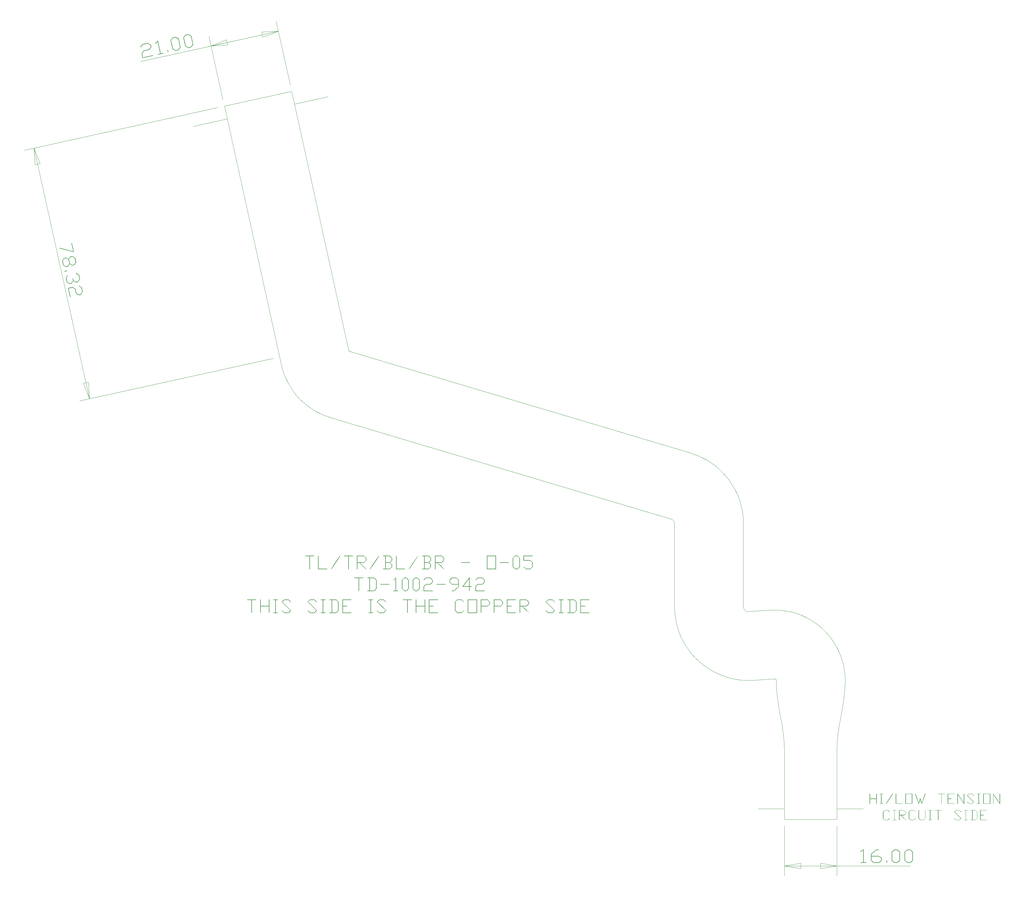
<source format=gbr>
G04 AutoGERB 2.0 for AutoCAD 14*
G04 RS274-X Output *
%FSLAX34Y34*%
%MOMM*%
%ADD12C,0.005000*%
%ADD13C,0.007000*%
G54D13*X1196583Y1020425D02*X1183839Y1020425D01*X1183839Y981285*X1182959Y981285*X1182959Y1020425*X1170214Y1020425*X1170214Y1021285*X1196583Y1021285*X1196583Y1020425*G54D13*X1236610Y981285D02*X1235723Y981285D01*X1235723Y1000627*X1210242Y1000627*X1210242Y981285*X1209355Y981285*X1209355Y1020855*X1210242Y1020855*X1210242Y1001507*X1235723Y1001507*X1235723Y1020855*X1236610Y1020855*X1236610Y981285*G54D13*X1262549Y980882D02*X1249355Y980882D01*X1249355Y981735*X1255522Y981735*X1255522Y1020425*X1249355Y1020425*X1249355Y1021285*X1262549Y1021285*X1262549Y1020425*X1256382Y1020425*X1256382Y981735*X1262549Y981735*X1262549Y980882*G54D13*X1302740Y987882D02*X1295706Y980882D01*X1282191Y980882*X1275430Y987562*X1276071Y988203*X1282512Y981735*X1295358Y981735*X1301533Y987882*X1275157Y1014251*X1282191Y1021285*X1295706Y1021285*X1302440Y1014572*X1301799Y1013930*X1295358Y1020425*X1282512Y1020425*X1276365Y1014251*X1302740Y987882*G54D13*X1381881Y987882D02*X1374847Y980882D01*X1361331Y980882*X1354570Y987562*X1355212Y988203*X1361652Y981735*X1374499Y981735*X1380673Y987882*X1354298Y1014251*X1361331Y1021285*X1374847Y1021285*X1381580Y1014572*X1380939Y1013930*X1374499Y1020425*X1361652Y1020425*X1355505Y1014251*X1381881Y987882*G54D13*X1407656Y980882D02*X1394461Y980882D01*X1394461Y981735*X1400629Y981735*X1400629Y1020425*X1394461Y1020425*X1394461Y1021285*X1407656Y1021285*X1407656Y1020425*X1401488Y1020425*X1401488Y981735*X1407656Y981735*X1407656Y980882*G54D13*X1447683Y987719D02*X1440813Y980882D01*X1420857Y980882*X1420857Y981735*X1427025Y981735*X1427025Y1020425*X1420857Y1020425*X1420857Y1021285*X1440813Y1021285*X1447683Y1014415*X1447683Y987719*G54D13*X1446796Y988039D02*X1446796Y1014094D01*X1440465Y1020419*X1427884Y1020419*X1427884Y981735*X1440465Y981735*X1446796Y988039*G54D13*X1486796Y980882D02*X1459998Y980882D01*X1459998Y1021285*X1486796Y1021285*X1486796Y1020425*X1460885Y1020425*X1460885Y1001507*X1473622Y1001507*X1473622Y1000627*X1460885Y1000627*X1460885Y981735*X1486796Y981735*X1486796Y980882*G54D13*X1552762Y980882D02*X1539568Y980882D01*X1539568Y981735*X1545735Y981735*X1545735Y1020425*X1539568Y1020425*X1539568Y1021285*X1552762Y1021285*X1552762Y1020425*X1546595Y1020425*X1546595Y981735*X1552762Y981735*X1552762Y980882*G54D13*X1592954Y987882D02*X1585920Y980882D01*X1572404Y980882*X1565643Y987562*X1566285Y988203*X1572725Y981735*X1585572Y981735*X1591746Y987882*X1565370Y1014251*X1572404Y1021285*X1585920Y1021285*X1592653Y1014572*X1592012Y1013930*X1585572Y1020425*X1572725Y1020425*X1566578Y1014251*X1592954Y987882*G54D13*X1671473Y1020425D02*X1658729Y1020425D01*X1658729Y981285*X1657849Y981285*X1657849Y1020425*X1645104Y1020425*X1645104Y1021285*X1671473Y1021285*X1671473Y1020425*G54D13*X1711500Y981285D02*X1710613Y981285D01*X1710613Y1000627*X1685132Y1000627*X1685132Y981285*X1684245Y981285*X1684245Y1020855*X1685132Y1020855*X1685132Y1001507*X1710613Y1001507*X1710613Y1020855*X1711500Y1020855*X1711500Y981285*G54D13*X1750613Y980882D02*X1723815Y980882D01*X1723815Y1021285*X1750613Y1021285*X1750613Y1020425*X1724702Y1020425*X1724702Y1001507*X1737439Y1001507*X1737439Y1000627*X1724702Y1000627*X1724702Y981735*X1750613Y981735*X1750613Y980882*G54D13*X1830074Y987562D02*X1823341Y980882D01*X1809825Y980882*X1802955Y987719*X1802955Y1014415*X1809825Y1021285*X1823341Y1021285*X1830074Y1014572*X1829433Y1013930*X1822993Y1020425*X1810146Y1020425*X1803842Y1014094*X1803842Y988039*X1810146Y981735*X1822993Y981735*X1829433Y988203*X1830074Y987562*G54D13*X1869781Y980882D02*X1842525Y980882D01*X1842525Y1021285*X1869781Y1021285*X1869781Y980882*G54D13*X1868894Y981735D02*X1868894Y1020419D01*X1843412Y1020419*X1843412Y981735*X1868894Y981735*G54D13*X1909351Y1007490D02*X1902481Y1000627D01*X1882983Y1000627*X1882983Y981285*X1882096Y981285*X1882096Y1021285*X1902481Y1021285*X1909351Y1014415*X1909351Y1007490*G54D13*X1908464Y1007838D02*X1908464Y1014094D01*X1902133Y1020419*X1882983Y1020419*X1882983Y1001507*X1902133Y1001507*X1908464Y1007838*G54D13*X1948921Y1007490D02*X1942051Y1000627D01*X1922553Y1000627*X1922553Y981285*X1921666Y981285*X1921666Y1021285*X1942051Y1021285*X1948921Y1014415*X1948921Y1007490*G54D13*X1948035Y1007838D02*X1948035Y1014094D01*X1941703Y1020419*X1922553Y1020419*X1922553Y1001507*X1941703Y1001507*X1948035Y1007838*G54D13*X1988035Y980882D02*X1961236Y980882D01*X1961236Y1021285*X1988035Y1021285*X1988035Y1020425*X1962123Y1020425*X1962123Y1001507*X1974860Y1001507*X1974860Y1000627*X1962123Y1000627*X1962123Y981735*X1988035Y981735*X1988035Y980882*G54D13*X2028062Y1007490D02*X2021192Y1000627D01*X2008877Y1000627*X2027925Y981633*X2027284Y980992*X2007676Y1000627*X2001693Y1000627*X2001693Y981285*X2000806Y981285*X2000806Y1021285*X2021192Y1021285*X2028062Y1014415*X2028062Y1007490*G54D13*X2027175Y1007838D02*X2027175Y1014094D01*X2020844Y1020419*X2001693Y1020419*X2001693Y1001507*X2020844Y1001507*X2027175Y1007838*G54D13*X2107366Y987882D02*X2100332Y980882D01*X2086817Y980882*X2080056Y987562*X2080697Y988203*X2087137Y981735*X2099984Y981735*X2106158Y987882*X2079783Y1014251*X2086817Y1021285*X2100332Y1021285*X2107066Y1014572*X2106424Y1013930*X2099984Y1020425*X2087137Y1020425*X2080990Y1014251*X2107366Y987882*G54D13*X2133141Y980882D02*X2119947Y980882D01*X2119947Y981735*X2126114Y981735*X2126114Y1020425*X2119947Y1020425*X2119947Y1021285*X2133141Y1021285*X2133141Y1020425*X2126974Y1020425*X2126974Y981735*X2133141Y981735*X2133141Y980882*G54D13*X2173168Y987719D02*X2166298Y980882D01*X2146343Y980882*X2146343Y981735*X2152510Y981735*X2152510Y1020425*X2146343Y1020425*X2146343Y1021285*X2166298Y1021285*X2173168Y1014415*X2173168Y987719*G54D13*X2172282Y988039D02*X2172282Y1014094D01*X2165950Y1020419*X2153370Y1020419*X2153370Y981735*X2165950Y981735*X2172282Y988039*G54D13*X2212282Y980882D02*X2185483Y980882D01*X2185483Y1021285*X2212282Y1021285*X2212282Y1020425*X2186370Y1020425*X2186370Y1001507*X2199107Y1001507*X2199107Y1000627*X2186370Y1000627*X2186370Y981735*X2212282Y981735*X2212282Y980882*G54D12*X2521879Y1467842D02*X1482660Y1778203D01*G54D12*X2461786Y1266624D02*X1422567Y1576985D01*G54D13*X1373250Y1153759D02*X1360506Y1153759D01*X1360506Y1114619*X1359626Y1114619*X1359626Y1153759*X1346881Y1153759*X1346881Y1154619*X1373250Y1154619*X1373250Y1153759*G54D13*X1412820Y1114216D02*X1386022Y1114216D01*X1386022Y1154189*X1386909Y1154189*X1386909Y1115069*X1412820Y1115069*X1412820Y1114216*G54D13*X1452793Y1153971D02*X1426397Y1114428D01*X1425646Y1114851*X1452015Y1154401*X1452793Y1153971*G54D13*X1491961Y1153759D02*X1479216Y1153759D01*X1479216Y1114619*X1478336Y1114619*X1478336Y1153759*X1465592Y1153759*X1465592Y1154619*X1491961Y1154619*X1491961Y1153759*G54D13*X1531988Y1140824D02*X1525118Y1133961D01*X1512803Y1133961*X1531851Y1114967*X1531210Y1114326*X1511602Y1133961*X1505619Y1133961*X1505619Y1114619*X1504732Y1114619*X1504732Y1154619*X1525118Y1154619*X1531988Y1147749*X1531988Y1140824*G54D13*X1531101Y1141172D02*X1531101Y1147428D01*X1524770Y1153753*X1505619Y1153753*X1505619Y1134841*X1524770Y1134841*X1531101Y1141172*G54D13*X1571504Y1153971D02*X1545107Y1114428D01*X1544357Y1114851*X1570726Y1154401*X1571504Y1153971*G54D13*X1611128Y1121053D02*X1604258Y1114216D01*X1584302Y1114216*X1584302Y1115069*X1590470Y1115069*X1590470Y1153759*X1584302Y1153759*X1584302Y1154619*X1604258Y1154619*X1611128Y1147749*X1611128Y1140824*X1604688Y1134418*X1611128Y1127977*X1611128Y1121053*G54D13*X1610241Y1141172D02*X1610241Y1147428D01*X1603910Y1153753*X1591330Y1153753*X1591330Y1134841*X1603910Y1134841*X1610241Y1141172*G54D13*X1610241Y1121373D02*X1610241Y1127657D01*X1603910Y1133961*X1591330Y1133961*X1591330Y1115069*X1603910Y1115069*X1610241Y1121373*G54D13*X1650241Y1114216D02*X1623443Y1114216D01*X1623443Y1154189*X1624330Y1154189*X1624330Y1115069*X1650241Y1115069*X1650241Y1114216*G54D13*X1690214Y1153971D02*X1663818Y1114428D01*X1663068Y1114851*X1689436Y1154401*X1690214Y1153971*G54D13*X1729839Y1121053D02*X1722969Y1114216D01*X1703013Y1114216*X1703013Y1115069*X1709180Y1115069*X1709180Y1153759*X1703013Y1153759*X1703013Y1154619*X1722969Y1154619*X1729839Y1147749*X1729839Y1140824*X1723398Y1134418*X1729839Y1127977*X1729839Y1121053*G54D13*X1728952Y1141172D02*X1728952Y1147428D01*X1722621Y1153753*X1710040Y1153753*X1710040Y1134841*X1722621Y1134841*X1728952Y1141172*G54D13*X1728952Y1121373D02*X1728952Y1127657D01*X1722621Y1133961*X1710040Y1133961*X1710040Y1115069*X1722621Y1115069*X1728952Y1121373*G54D13*X1769409Y1140824D02*X1762539Y1133961D01*X1750224Y1133961*X1769273Y1114967*X1768631Y1114326*X1749024Y1133961*X1743040Y1133961*X1743040Y1114619*X1742153Y1114619*X1742153Y1154619*X1762539Y1154619*X1769409Y1147749*X1769409Y1140824*G54D13*X1768522Y1141172D02*X1768522Y1147428D01*X1762191Y1153753*X1743040Y1153753*X1743040Y1134841*X1762191Y1134841*X1768522Y1141172*G54D13*X1848092Y1133961D02*X1821724Y1133961D01*X1821724Y1134848*X1848092Y1134848*X1848092Y1133961*G54D13*X1927690Y1114216D02*X1900434Y1114216D01*X1900434Y1154619*X1927690Y1154619*X1927690Y1114216*G54D13*X1926803Y1115069D02*X1926803Y1153753D01*X1901321Y1153753*X1901321Y1115069*X1926803Y1115069*G54D13*X1966803Y1133961D02*X1940434Y1133961D01*X1940434Y1134848*X1966803Y1134848*X1966803Y1133961*G54D13*X2000233Y1121053D02*X1993363Y1114216D01*X1986445Y1114216*X1979574Y1121053*X1979574Y1147749*X1986445Y1154619*X1993363Y1154619*X2000233Y1147749*X2000233Y1121053*G54D13*X1999346Y1121373D02*X1999346Y1147428D01*X1993042Y1153753*X1986765Y1153753*X1980461Y1147428*X1980461Y1121373*X1986765Y1115069*X1993042Y1115069*X1999346Y1121373*G54D13*X2039830Y1121053D02*X2032960Y1114216D01*X2019445Y1114216*X2012684Y1120896*X2013325Y1121537*X2019765Y1115069*X2032612Y1115069*X2038943Y1121373*X2038943Y1134254*X2032612Y1140558*X2012575Y1140558*X2012575Y1154619*X2039373Y1154619*X2039373Y1153759*X2013462Y1153759*X2013462Y1141445*X2032960Y1141445*X2039830Y1134575*X2039830Y1121053*G54D13*X1523250Y1087092D02*X1510506Y1087092D01*X1510506Y1047952*X1509626Y1047952*X1509626Y1087092*X1496881Y1087092*X1496881Y1087952*X1523250Y1087952*X1523250Y1087092*G54D13*X1563277Y1054386D02*X1556407Y1047549D01*X1536451Y1047549*X1536451Y1048402*X1542619Y1048402*X1542619Y1087092*X1536451Y1087092*X1536451Y1087952*X1556407Y1087952*X1563277Y1081082*X1563277Y1054386*G54D13*X1562390Y1054706D02*X1562390Y1080761D01*X1556059Y1087086*X1543479Y1087086*X1543479Y1048402*X1556059Y1048402*X1562390Y1054706*G54D13*X1602390Y1067294D02*X1576022Y1067294D01*X1576022Y1068181*X1602390Y1068181*X1602390Y1067294*G54D13*X1628786Y1047549D02*X1615592Y1047549D01*X1615592Y1048402*X1621759Y1048402*X1621759Y1086472*X1615913Y1080597*X1615271Y1081239*X1622005Y1087952*X1622619Y1087952*X1622619Y1048402*X1628786Y1048402*X1628786Y1047549*G54D13*X1662216Y1054386D02*X1655346Y1047549D01*X1648428Y1047549*X1641558Y1054386*X1641558Y1081082*X1648428Y1087952*X1655346Y1087952*X1662216Y1081082*X1662216Y1054386*G54D13*X1661330Y1054706D02*X1661330Y1080761D01*X1655026Y1087086*X1648749Y1087086*X1642445Y1080761*X1642445Y1054706*X1648749Y1048402*X1655026Y1048402*X1661330Y1054706*G54D13*X1695217Y1054386D02*X1688346Y1047549D01*X1681428Y1047549*X1674558Y1054386*X1674558Y1081082*X1681428Y1087952*X1688346Y1087952*X1695217Y1081082*X1695217Y1054386*G54D13*X1694330Y1054706D02*X1694330Y1080761D01*X1688026Y1087086*X1681749Y1087086*X1675445Y1080761*X1675445Y1054706*X1681749Y1048402*X1688026Y1048402*X1694330Y1054706*G54D13*X1734814Y1074157D02*X1727944Y1067294D01*X1714749Y1067294*X1708445Y1060990*X1708445Y1048402*X1734357Y1048402*X1734357Y1047549*X1707558Y1047549*X1707558Y1061310*X1714429Y1068174*X1727596Y1068174*X1733927Y1074505*X1733927Y1080761*X1727596Y1087092*X1714749Y1087092*X1708309Y1080597*X1707668Y1081239*X1714429Y1087952*X1727944Y1087952*X1734814Y1081082*X1734814Y1074157*G54D13*X1773927Y1067294D02*X1747558Y1067294D01*X1747558Y1068181*X1773927Y1068181*X1773927Y1067294*G54D13*X1813954Y1060990D02*X1800487Y1047549D01*X1793726Y1047549*X1793726Y1048402*X1800166Y1048402*X1813068Y1061310*X1813068Y1067294*X1793569Y1067294*X1786699Y1074157*X1786699Y1081082*X1793569Y1087952*X1807084Y1087952*X1813954Y1081082*X1813954Y1060990*G54D13*X1813068Y1068174D02*X1813068Y1080761D01*X1806736Y1087086*X1793890Y1087086*X1787586Y1080761*X1787586Y1074505*X1793890Y1068174*X1813068Y1068174*G54D13*X1853068Y1060717D02*X1846927Y1060717D01*X1846927Y1047952*X1846040Y1047952*X1846040Y1060717*X1825812Y1060717*X1846927Y1088839*X1846927Y1061576*X1853068Y1061576*X1853068Y1060717*G54D13*X1846040Y1061576D02*X1846040Y1086205D01*X1827586Y1061576*X1846040Y1061576*G54D13*X1893095Y1074157D02*X1886225Y1067294D01*X1873030Y1067294*X1866726Y1060990*X1866726Y1048402*X1892638Y1048402*X1892638Y1047549*X1865839Y1047549*X1865839Y1061310*X1872709Y1068174*X1885877Y1068174*X1892208Y1074505*X1892208Y1080761*X1885877Y1087092*X1873030Y1087092*X1866590Y1080597*X1865948Y1081239*X1872709Y1087952*X1886225Y1087952*X1893095Y1081082*X1893095Y1074157*G54D13*X641032Y2081875D02*X597453Y2092873D01*X597705Y2093698*X639887Y2083076*X634362Y2108146*X635202Y2108331*X641032Y2081875*G54D13*X616711Y2036268D02*X608556Y2041506D01*X605647Y2054704*X610846Y2062885*X617607Y2064375*X625278Y2059498*X630153Y2067140*X636916Y2068630*X645104Y2063399*X648012Y2050201*X642782Y2042013*X636019Y2040523*X628377Y2045434*X623473Y2037758*X616711Y2036268*G54D13*X636168Y2041464D02*X642277Y2042811D01*X647092Y2050354*X644327Y2062899*X636794Y2067695*X630684Y2066348*X625858Y2058830*X628623Y2046285*X636168Y2041464*G54D13*X616833Y2037203D02*X622969Y2038556D01*X627763Y2046095*X624999Y2058640*X617486Y2063440*X611349Y2062087*X606549Y2054575*X609314Y2042029*X616833Y2037203*G54D13*X613269Y2021991D02*X613078Y2022857D01*X619521Y2024277*X619711Y2023411*X613269Y2021991*G54D13*X628068Y1984733D02*X619913Y1989971D01*X617004Y2003170*X622072Y2011210*X622836Y2010721*X617906Y2003040*X620671Y1990494*X628189Y1985668*X634326Y1987020*X639120Y1994560*X637740Y2000822*X638599Y2001012*X639979Y1994749*X647525Y1989929*X653634Y1991275*X658454Y1998820*X655689Y2011366*X647961Y2016258*X648449Y2017023*X656460Y2011865*X659369Y1998665*X654138Y1990478*X647376Y1988988*X639734Y1993898*X634830Y1986223*X628068Y1984733*G54D13*X655891Y1950345D02*X647711Y1955577D01*X644871Y1968463*X637358Y1973262*X625065Y1970553*X630641Y1945249*X629808Y1945065*X624041Y1971236*X637480Y1974197*X645661Y1968965*X648495Y1956106*X656040Y1951286*X662150Y1952632*X666970Y1960177*X664205Y1972723*X656476Y1977615*X656965Y1978379*X664976Y1973221*X667884Y1960023*X662654Y1951835*X655891Y1950345*G54D12*X1080607Y2521972D02*X490774Y2391992D01*G54D12*X1249158Y1757106D02*X659325Y1627126D01*G54D12*X520071Y2398449D02*X604347Y2016015D01*G54D12*X688622Y1633582D02*X604347Y2016015D01*G54D12*X523019Y2347898D02*X538644Y2351342D01*X520071Y2398449*X520071Y2398449*X523019Y2347898*G54D12*X685675Y1684132D02*X670049Y1680689D01*X688622Y1633582*X688622Y1633582*X685675Y1684132*G54D12*X1479208Y1781918D02*X1305218Y2571469D01*G54D12*X1274129Y1736725D02*X1100138Y2526276D01*G54D12*X1274129Y1736725D02*X1277855Y1722236D01*X1282580Y1708040*X1288280Y1694208*X1294929Y1680805*X1302493Y1667898*X1310937Y1655547*X1320219Y1643814*X1330295Y1632755*X1341116Y1622423*X1352629Y1612869*X1364778Y1604138*X1377505Y1596274*X1390749Y1589313*X1404444Y1583291*X1418525Y1578235*X1422567Y1576985*G54D12*X1479208Y1781918D02*X1479295Y1781581D01*X1479405Y1781251*X1479538Y1780929*X1479692Y1780617*X1479868Y1780317*X1480064Y1780030*X1480280Y1779757*X1480515Y1779500*X1480766Y1779260*X1481034Y1779038*X1481317Y1778834*X1481613Y1778652*X1481921Y1778490*X1482239Y1778350*X1482566Y1778232*X1482660Y1778203*G54D12*X1100138Y2526276D02*X1305218Y2571469D01*G54D13*X876967Y2706891D02*X870393Y2698415D01*X854930Y2695007*X848899Y2687223*X851608Y2674930*X881974Y2681621*X882157Y2680788*X850753Y2673868*X847791Y2687306*X854365Y2695784*X869796Y2699184*X875852Y2707002*X874506Y2713111*X865725Y2717659*X850670Y2714341*X844521Y2706335*X843631Y2706796*X850109Y2715098*X865948Y2718589*X875477Y2713654*X876967Y2706891*G54D13*X913091Y2687605D02*X897628Y2684197D01*X897445Y2685030*X904672Y2686623*X896479Y2723801*X890892Y2716554*X890002Y2717015*X896449Y2725310*X897169Y2725469*X905680Y2686845*X912908Y2688438*X913091Y2687605*G54D13*X929010Y2691526D02*X927970Y2691297D01*X926551Y2697739*X927591Y2697968*X929010Y2691526*G54D13*X966266Y2706324D02*X959686Y2697873D01*X951579Y2696086*X942057Y2700989*X936311Y2727059*X942884Y2735543*X950991Y2737329*X960521Y2732394*X966266Y2706324*G54D13*X965158Y2706407D02*X959551Y2731852D01*X950802Y2736401*X943446Y2734780*X937420Y2726975*X943027Y2701530*X951771Y2697002*X959127Y2698623*X965158Y2706407*G54D13*X1004938Y2714846D02*X998358Y2706395D01*X990252Y2704609*X980729Y2709511*X974984Y2735582*X981557Y2744065*X989663Y2745851*X999193Y2740916*X1004938Y2714846*G54D13*X1003830Y2714929D02*X998223Y2740374D01*X989474Y2744923*X982118Y2743302*X976093Y2735497*X981700Y2710053*X990443Y2705524*X997799Y2707145*X1003830Y2714929*G54D12*X1095834Y2545807D02*X1053180Y2739368D01*G54D12*X1300914Y2591000D02*X1258259Y2784561D01*G54D12*X1059636Y2710071D02*X1162176Y2732668D01*G54D12*X1162176Y2732668D02*X845591Y2662903D01*G54D12*X1264715Y2755264D02*X1162176Y2732668D01*G54D12*X1110186Y2713019D02*X1106743Y2728644D01*X1059636Y2710071*X1059636Y2710071*X1110186Y2713019*G54D12*X1214165Y2752316D02*X1217608Y2736691D01*X1264715Y2755264*X1264715Y2755264*X1214165Y2752316*G54D12*X1006206Y2464617D02*X1108746Y2487213D01*G54D12*X1313826Y2532406D02*X1416366Y2555002D01*G54D13*X3128073Y353500D02*X3123023Y348491D01*X3112886Y348491*X3107734Y353618*X3107734Y373640*X3112886Y378793*X3123023Y378793*X3128073Y373758*X3127592Y373277*X3122762Y378148*X3113127Y378148*X3108399Y373400*X3108399Y353859*X3113127Y349131*X3122762Y349131*X3127592Y353981*X3128073Y353500*G54D13*X3147630Y348491D02*X3137734Y348491D01*X3137734Y349131*X3142359Y349131*X3142359Y378148*X3137734Y378148*X3137734Y378793*X3147630Y378793*X3147630Y378148*X3143004Y378148*X3143004Y349131*X3147630Y349131*X3147630Y348491*G54D13*X3177650Y368447D02*X3172497Y363299D01*X3163262Y363299*X3177548Y349054*X3177067Y348573*X3162361Y363299*X3157873Y363299*X3157873Y348793*X3157208Y348793*X3157208Y378793*X3172497Y378793*X3177650Y373640*X3177650Y368447*G54D13*X3176985Y368708D02*X3176985Y373400D01*X3172236Y378143*X3157873Y378143*X3157873Y363959*X3172236Y363959*X3176985Y368708*G54D13*X3207225Y353500D02*X3202175Y348491D01*X3192039Y348491*X3186886Y353618*X3186886Y373640*X3192039Y378793*X3202175Y378793*X3207225Y373758*X3206744Y373277*X3201914Y378148*X3192279Y378148*X3187551Y373400*X3187551Y353859*X3192279Y349131*X3201914Y349131*X3206744Y353981*X3207225Y353500*G54D13*X3237005Y353618D02*X3231853Y348491D01*X3221716Y348491*X3216564Y353618*X3216564Y378471*X3217229Y378471*X3217229Y353859*X3221957Y349131*X3231592Y349131*X3236340Y353859*X3236340Y378471*X3237005Y378471*X3237005Y353618*G54D13*X3256460Y348491D02*X3246564Y348491D01*X3246564Y349131*X3251189Y349131*X3251189Y378148*X3246564Y378148*X3246564Y378793*X3256460Y378793*X3256460Y378148*X3251834Y378148*X3251834Y349131*X3256460Y349131*X3256460Y348491*G54D13*X3286137Y378148D02*X3276579Y378148D01*X3276579Y348793*X3275919Y348793*X3275919Y378148*X3266361Y378148*X3266361Y378793*X3286137Y378793*X3286137Y378148*G54D13*X3345958Y353741D02*X3340683Y348491D01*X3330546Y348491*X3325475Y353500*X3325956Y353981*X3330787Y349131*X3340422Y349131*X3345052Y353741*X3325271Y373518*X3330546Y378793*X3340683Y378793*X3345733Y373758*X3345252Y373277*X3340422Y378148*X3330787Y378148*X3326176Y373518*X3345958Y353741*G54D13*X3365289Y348491D02*X3355394Y348491D01*X3355394Y349131*X3360019Y349131*X3360019Y378148*X3355394Y378148*X3355394Y378793*X3365289Y378793*X3365289Y378148*X3360664Y378148*X3360664Y349131*X3365289Y349131*X3365289Y348491*G54D13*X3395310Y353618D02*X3390157Y348491D01*X3375191Y348491*X3375191Y349131*X3379816Y349131*X3379816Y378148*X3375191Y378148*X3375191Y378793*X3390157Y378793*X3395310Y373640*X3395310Y353618*G54D13*X3394645Y353859D02*X3394645Y373400D01*X3389896Y378143*X3380461Y378143*X3380461Y349131*X3389896Y349131*X3394645Y353859*G54D13*X3424645Y348491D02*X3404546Y348491D01*X3404546Y378793*X3424645Y378793*X3424645Y378148*X3405211Y378148*X3405211Y363959*X3414764Y363959*X3414764Y363299*X3405211Y363299*X3405211Y349131*X3424645Y349131*X3424645Y348491*G54D13*X3088175Y398793D02*X3087510Y398793D01*X3087510Y413299*X3068399Y413299*X3068399Y398793*X3067734Y398793*X3067734Y428471*X3068399Y428471*X3068399Y413959*X3087510Y413959*X3087510Y428471*X3088175Y428471*X3088175Y398793*G54D13*X3107630Y398491D02*X3097734Y398491D01*X3097734Y399131*X3102359Y399131*X3102359Y428148*X3097734Y428148*X3097734Y428793*X3107630Y428793*X3107630Y428148*X3103004Y428148*X3103004Y399131*X3107630Y399131*X3107630Y398491*G54D13*X3137609Y428307D02*X3117812Y398650D01*X3117249Y398967*X3137026Y428629*X3137609Y428307*G54D13*X3166985Y398491D02*X3146886Y398491D01*X3146886Y428471*X3147551Y428471*X3147551Y399131*X3166985Y399131*X3166985Y398491*G54D13*X3197005Y398491D02*X3176564Y398491D01*X3176564Y428793*X3197005Y428793*X3197005Y398491*G54D13*X3196340Y399131D02*X3196340Y428143D01*X3177229Y428143*X3177229Y399131*X3196340Y399131*G54D13*X3236564Y428343D02*X3226683Y398793D01*X3225997Y398793*X3221392Y412593*X3216802Y398793*X3216122Y398793*X3206241Y428343*X3206906Y428588*X3216460Y399837*X3221392Y414665*X3226340Y399837*X3235898Y428588*X3236564Y428343*G54D13*X3295591Y428148D02*X3286033Y428148D01*X3286033Y398793*X3285373Y398793*X3285373Y428148*X3275815Y428148*X3275815Y428793*X3295591Y428793*X3295591Y428148*G54D13*X3325269Y398491D02*X3305170Y398491D01*X3305170Y428793*X3325269Y428793*X3325269Y428148*X3305835Y428148*X3305835Y413959*X3315388Y413959*X3315388Y413299*X3305835Y413299*X3305835Y399131*X3325269Y399131*X3325269Y398491*G54D13*X3355289Y398793D02*X3354583Y398793D01*X3335513Y427401*X3335513Y398793*X3334848Y398793*X3334848Y428450*X3335569Y428471*X3354624Y399878*X3354624Y428471*X3355289Y428471*X3355289Y398793*G54D13*X3385090Y403741D02*X3379814Y398491D01*X3369678Y398491*X3364607Y403500*X3365088Y403981*X3369919Y399131*X3379554Y399131*X3384184Y403741*X3364403Y423518*X3369678Y428793*X3379814Y428793*X3384865Y423758*X3384384Y423277*X3379554Y428148*X3369919Y428148*X3365308Y423518*X3385090Y403741*G54D13*X3404421Y398491D02*X3394525Y398491D01*X3394525Y399131*X3399151Y399131*X3399151Y428148*X3394525Y428148*X3394525Y428793*X3404421Y428793*X3404421Y428148*X3399796Y428148*X3399796Y399131*X3404421Y399131*X3404421Y398491*G54D13*X3434442Y398491D02*X3414000Y398491D01*X3414000Y428793*X3434442Y428793*X3434442Y398491*G54D13*X3433777Y399131D02*X3433777Y428143D01*X3414665Y428143*X3414665Y399131*X3433777Y399131*G54D13*X3464119Y398793D02*X3463413Y398793D01*X3444343Y427401*X3444343Y398793*X3443678Y398793*X3443678Y428450*X3444399Y428471*X3463454Y399878*X3463454Y428471*X3464119Y428471*X3464119Y398793*G54D12*X2967493Y350571D02*X2967493Y560571D01*G54D12*X2807493Y350571D02*X2807493Y560571D01*G54D12*X2727493Y382571D02*X2807493Y382571D01*G54D13*X3055921Y218314D02*X3040088Y218314D01*X3040088Y219167*X3047489Y219167*X3047489Y257237*X3040473Y251362*X3039703Y252004*X3047783Y258717*X3048520Y258717*X3048520Y219167*X3055921Y219167*X3055921Y218314*G54D13*X3103954Y225151D02*X3095710Y218314D01*X3079491Y218314*X3071247Y225151*X3071247Y245270*X3087408Y258717*X3095489Y258717*X3095489Y257857*X3087793Y257857*X3072312Y244922*X3072312Y238939*X3095710Y238939*X3103954Y232075*X3103954Y225151*G54D13*X3102890Y225471D02*X3102890Y231755D01*X3095292Y238059*X3072312Y238059*X3072312Y225471*X3079876Y219167*X3095292Y219167*X3102890Y225471*G54D13*X3119796Y218717D02*X3118731Y218717D01*X3118731Y225314*X3119796Y225314*X3119796Y218717*G54D13*X3159363Y225151D02*X3151119Y218314D01*X3142817Y218314*X3134573Y225151*X3134573Y251847*X3142817Y258717*X3151119Y258717*X3159363Y251847*X3159363Y225151*G54D13*X3158299Y225471D02*X3158299Y251526D01*X3150734Y257851*X3143202Y257851*X3135637Y251526*X3135637Y225471*X3143202Y219167*X3150734Y219167*X3158299Y225471*G54D13*X3198963Y225151D02*X3190719Y218314D01*X3182418Y218314*X3174173Y225151*X3174173Y251847*X3182418Y258717*X3190719Y258717*X3198963Y251847*X3198963Y225151*G54D13*X3197899Y225471D02*X3197899Y251526D01*X3190334Y257851*X3182802Y257851*X3175238Y251526*X3175238Y225471*X3182802Y219167*X3190334Y219167*X3197899Y225471*G54D12*X2807493Y330571D02*X2807493Y178717D01*G54D12*X2967493Y330571D02*X2967493Y178717D01*G54D12*X2807493Y208717D02*X2887493Y208717D01*G54D12*X2967493Y208717D02*X2887493Y208717D01*G54D12*X2887493Y208717D02*X3192171Y208717D01*G54D12*X2857493Y200717D02*X2857493Y216717D01*X2807493Y208717*X2807493Y208717*X2857493Y200717*G54D12*X2917493Y216717D02*X2917493Y200717D01*X2967493Y208717*X2967493Y208717*X2917493Y216717*G54D12*X2807493Y350571D02*X2967493Y350571D01*G54D12*X2967493Y382571D02*X3047493Y382571D01*G54D12*X2763651Y988879D02*X2698459Y984673D01*G54D12*X2777172Y779315D02*X2711979Y775109D01*G54D12*X2682493Y999642D02*X2682493Y1252251D01*G54D12*X2472493Y999642D02*X2472493Y1252251D01*G54D12*X2472493Y999642D02*X2473038Y983994D01*X2474670Y968423*X2477380Y953002*X2481157Y937808*X2485981Y922913*X2491829Y908389*X2498673Y894307*X2506480Y880736*X2515211Y867740*X2524826Y855382*X2535276Y843724*X2546512Y832820*X2558479Y822724*X2571119Y813485*X2584371Y805147*X2598171Y797751*X2612452Y791332*X2627144Y785922*X2642177Y781547*X2657478Y778229*X2672973Y775982*X2688587Y774818*X2704243Y774743*X2711979Y775109*G54D12*X2682493Y999642D02*X2682530Y998599D01*X2682639Y997561*X2682819Y996532*X2683071Y995520*X2683393Y994527*X2683782Y993558*X2684239Y992619*X2684759Y991715*X2685341Y990848*X2685982Y990024*X2686679Y989247*X2687428Y988520*X2688226Y987847*X2689068Y987231*X2689952Y986675*X2690872Y986182*X2691824Y985754*X2692804Y985394*X2693806Y985102*X2694826Y984881*X2695859Y984731*X2696900Y984654*X2697943Y984649*X2698459Y984673*G54D12*X2472493Y1252251D02*X2472457Y1253294D01*X2472348Y1254332*X2472168Y1255360*X2471916Y1256373*X2471594Y1257366*X2471204Y1258335*X2470748Y1259273*X2470228Y1260178*X2469646Y1261044*X2469005Y1261868*X2468308Y1262646*X2467559Y1263372*X2466761Y1264046*X2465918Y1264661*X2465035Y1265217*X2464115Y1265710*X2463163Y1266138*X2462183Y1266499*X2461786Y1266624*G54D12*X2682493Y1252251D02*X2681949Y1267898D01*X2680317Y1283470*X2677607Y1298890*X2673830Y1314085*X2669006Y1328980*X2663158Y1343504*X2656314Y1357586*X2648507Y1371157*X2639776Y1384153*X2630161Y1396510*X2619711Y1408169*X2608475Y1419073*X2596508Y1429169*X2583868Y1438408*X2570616Y1446746*X2556816Y1454142*X2542535Y1460561*X2527843Y1465970*X2521879Y1467842*G54D12*X2992493Y774325D02*X2991973Y789277D01*X2990414Y804156*X2987824Y818891*X2984215Y833411*X2979606Y847644*X2974017Y861522*X2967478Y874978*X2960018Y887946*X2951674Y900365*X2942487Y912173*X2932501Y923313*X2921765Y933733*X2910330Y943380*X2898251Y952208*X2885588Y960176*X2872402Y967243*X2858756Y973376*X2844716Y978546*X2830351Y982726*X2815730Y985897*X2800924Y988044*X2786004Y989156*X2771044Y989228*X2763651Y988879*G54D12*X2796793Y657294D02*X2790730Y691861D01*G54D12*X2807493Y560571D02*X2806541Y585769D01*X2803827Y612411*X2799704Y640361*G54D12*X2799704Y640361D02*X2796793Y657294D01*G54D12*X2790730Y691861D02*X2786520Y719776D01*X2783656Y746417*X2782505Y771650*G54D12*X2782493Y774325D02*X2782481Y774673D01*X2782445Y775019*X2782385Y775361*X2782301Y775699*X2782194Y776030*X2782064Y776353*X2781912Y776666*X2781738Y776967*X2781544Y777256*X2781331Y777531*X2781098Y777790*X2780849Y778032*X2780583Y778256*X2780302Y778462*X2780007Y778647*X2779701Y778811*X2779383Y778954*X2779057Y779074*X2778723Y779171*X2778383Y779245*X2778038Y779295*X2777691Y779321*X2777343Y779323*X2777172Y779315*G54D12*X2782505Y771650D02*X2782495Y773434D01*X2782493Y774325*G54D12*X2975283Y640361D02*X2978194Y657294D01*X2984257Y691861*G54D12*X2967493Y560571D02*X2968446Y585769D01*X2971160Y612411*X2975283Y640361*G54D12*X2984257Y691861D02*X2988467Y719776D01*X2991331Y746417*X2992482Y771650*G54D12*X2992482Y771650D02*X2992488Y772543D01*X2992493Y774325*M02*
</source>
